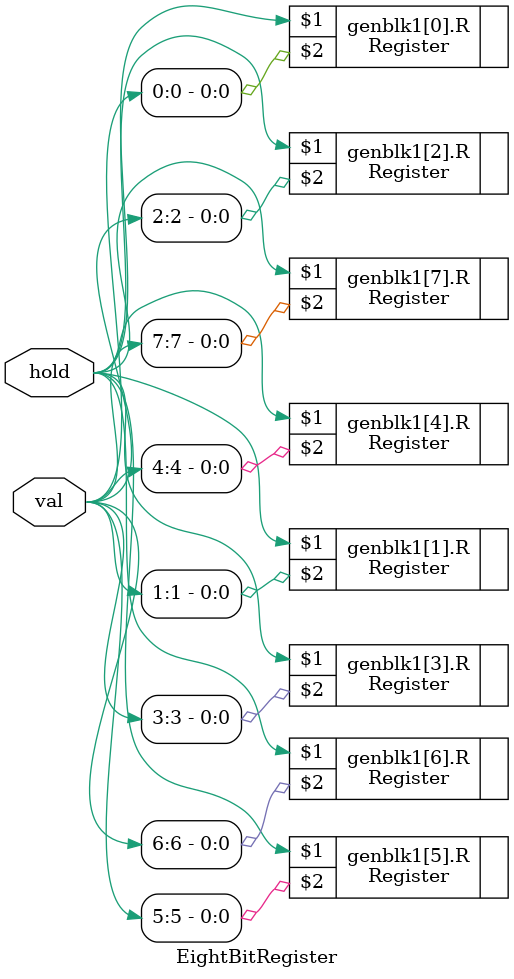
<source format=sv>

module EightBitRegister(input hold, inout wire[7:0] val);
   
   genvar i;

   generate
      for(i=0; i<8; i++) begin
	 Register R(hold,val[i]);
      end
   endgenerate
   
endmodule // EightBitRegister

</source>
